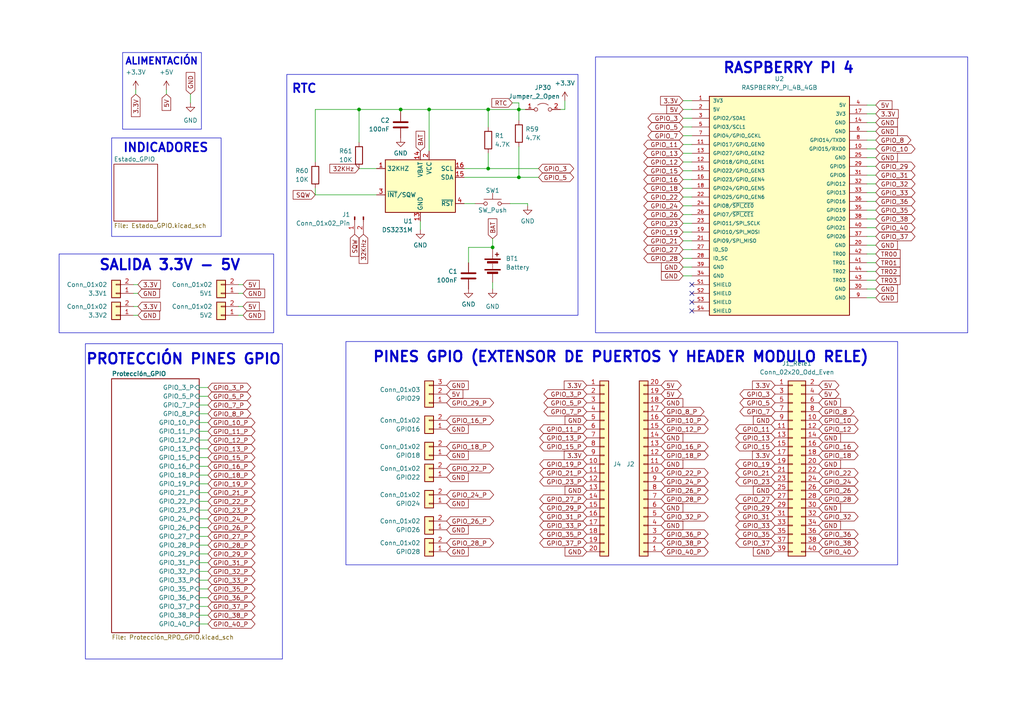
<source format=kicad_sch>
(kicad_sch (version 20230121) (generator eeschema)
  (paper "A4")
  (title_block (title "Modulo RPI4") (date "2024-08-27") (rev "1.0") (company "CI24 - Daniel Gómez"))
  (junction (at 116.205 31.75))
  (junction (at 124.46 31.75))
  (junction (at 150.495 51.435))
  (junction (at 141.605 31.75))
  (junction (at 150.495 31.75))
  (junction (at 142.875 71.755))
  (junction (at 104.14 31.75))
  (junction (at 141.605 48.895))
  (no_connect (at 200.66 85.09))
  (no_connect (at 200.66 90.17))
  (no_connect (at 200.66 82.55))
  (no_connect (at 200.66 87.63))
  (wire (pts (xy 69.215 88.9) (xy 70.485 88.9)))
  (wire (pts (xy 134.62 48.895) (xy 141.605 48.895)))
  (wire (pts (xy 38.735 91.44) (xy 40.005 91.44)))
  (wire (pts (xy 251.46 33.02) (xy 254 33.02)))
  (wire (pts (xy 198.12 69.85) (xy 200.66 69.85)))
  (wire (pts (xy 124.46 43.815) (xy 124.46 31.75)))
  (wire (pts (xy 198.12 64.77) (xy 200.66 64.77)))
  (wire (pts (xy 251.46 66.04) (xy 254 66.04)))
  (wire (pts (xy 135.89 76.2) (xy 135.89 71.755)))
  (wire (pts (xy 251.46 38.1) (xy 254 38.1)))
  (wire (pts (xy 121.92 64.135) (xy 121.92 66.675)))
  (wire (pts (xy 251.46 76.2) (xy 254 76.2)))
  (wire (pts (xy 135.89 71.755) (xy 142.875 71.755)))
  (wire (pts (xy 57.785 132.715) (xy 60.325 132.715)))
  (wire (pts (xy 39.37 26.035) (xy 39.37 27.305)))
  (wire (pts (xy 57.785 178.435) (xy 60.325 178.435)))
  (wire (pts (xy 198.12 54.61) (xy 200.66 54.61)))
  (wire (pts (xy 57.785 165.735) (xy 60.325 165.735)))
  (wire (pts (xy 198.12 74.93) (xy 200.66 74.93)))
  (wire (pts (xy 104.14 41.275) (xy 104.14 31.75)))
  (wire (pts (xy 57.785 112.395) (xy 60.325 112.395)))
  (wire (pts (xy 69.215 85.09) (xy 70.485 85.09)))
  (wire (pts (xy 57.785 147.955) (xy 60.325 147.955)))
  (wire (pts (xy 57.785 158.115) (xy 60.325 158.115)))
  (wire (pts (xy 141.605 48.895) (xy 156.21 48.895)))
  (wire (pts (xy 134.62 51.435) (xy 150.495 51.435)))
  (wire (pts (xy 162.56 31.75) (xy 163.83 31.75)))
  (wire (pts (xy 150.495 29.845) (xy 150.495 31.75)))
  (wire (pts (xy 153.035 59.055) (xy 153.035 59.69)))
  (wire (pts (xy 48.26 26.035) (xy 48.26 27.305)))
  (wire (pts (xy 57.785 127.635) (xy 60.325 127.635)))
  (wire (pts (xy 251.46 60.96) (xy 254 60.96)))
  (wire (pts (xy 148.59 29.845) (xy 150.495 29.845)))
  (wire (pts (xy 57.785 170.815) (xy 60.325 170.815)))
  (wire (pts (xy 104.14 48.895) (xy 109.22 48.895)))
  (wire (pts (xy 198.12 39.37) (xy 200.66 39.37)))
  (wire (pts (xy 38.735 82.55) (xy 40.005 82.55)))
  (wire (pts (xy 124.46 31.75) (xy 141.605 31.75)))
  (wire (pts (xy 251.46 73.66) (xy 254 73.66)))
  (wire (pts (xy 150.495 42.545) (xy 150.495 51.435)))
  (wire (pts (xy 57.785 122.555) (xy 60.325 122.555)))
  (wire (pts (xy 150.495 51.435) (xy 156.21 51.435)))
  (wire (pts (xy 116.205 31.75) (xy 124.46 31.75)))
  (wire (pts (xy 134.62 59.055) (xy 137.795 59.055)))
  (wire (pts (xy 57.785 175.895) (xy 60.325 175.895)))
  (wire (pts (xy 91.44 31.75) (xy 91.44 46.99)))
  (wire (pts (xy 251.46 86.36) (xy 254 86.36)))
  (wire (pts (xy 251.46 50.8) (xy 254 50.8)))
  (wire (pts (xy 251.46 30.48) (xy 254 30.48)))
  (wire (pts (xy 251.46 58.42) (xy 254 58.42)))
  (wire (pts (xy 251.46 68.58) (xy 254 68.58)))
  (wire (pts (xy 57.785 140.335) (xy 60.325 140.335)))
  (wire (pts (xy 251.46 43.18) (xy 254 43.18)))
  (wire (pts (xy 150.495 31.75) (xy 152.4 31.75)))
  (wire (pts (xy 147.955 59.055) (xy 153.035 59.055)))
  (wire (pts (xy 57.785 120.015) (xy 60.325 120.015)))
  (wire (pts (xy 57.785 130.175) (xy 60.325 130.175)))
  (wire (pts (xy 91.44 56.515) (xy 91.44 54.61)))
  (wire (pts (xy 198.12 44.45) (xy 200.66 44.45)))
  (wire (pts (xy 57.785 160.655) (xy 60.325 160.655)))
  (wire (pts (xy 251.46 40.64) (xy 254 40.64)))
  (wire (pts (xy 251.46 63.5) (xy 254 63.5)))
  (wire (pts (xy 57.785 117.475) (xy 60.325 117.475)))
  (wire (pts (xy 198.12 57.15) (xy 200.66 57.15)))
  (wire (pts (xy 57.785 155.575) (xy 60.325 155.575)))
  (wire (pts (xy 198.12 49.53) (xy 200.66 49.53)))
  (wire (pts (xy 163.83 31.75) (xy 163.83 29.21)))
  (wire (pts (xy 198.12 52.07) (xy 200.66 52.07)))
  (wire (pts (xy 251.46 53.34) (xy 254 53.34)))
  (wire (pts (xy 198.12 29.21) (xy 200.66 29.21)))
  (wire (pts (xy 198.12 34.29) (xy 200.66 34.29)))
  (wire (pts (xy 57.785 125.095) (xy 60.325 125.095)))
  (wire (pts (xy 141.605 48.895) (xy 141.605 44.45)))
  (wire (pts (xy 91.44 56.515) (xy 109.22 56.515)))
  (wire (pts (xy 57.785 145.415) (xy 60.325 145.415)))
  (wire (pts (xy 198.12 62.23) (xy 200.66 62.23)))
  (wire (pts (xy 57.785 150.495) (xy 60.325 150.495)))
  (wire (pts (xy 69.215 82.55) (xy 70.485 82.55)))
  (wire (pts (xy 198.12 67.31) (xy 200.66 67.31)))
  (wire (pts (xy 198.12 46.99) (xy 200.66 46.99)))
  (wire (pts (xy 198.12 59.69) (xy 200.66 59.69)))
  (wire (pts (xy 91.44 31.75) (xy 104.14 31.75)))
  (wire (pts (xy 57.785 137.795) (xy 60.325 137.795)))
  (wire (pts (xy 198.12 72.39) (xy 200.66 72.39)))
  (wire (pts (xy 251.46 48.26) (xy 254 48.26)))
  (wire (pts (xy 198.12 41.91) (xy 200.66 41.91)))
  (wire (pts (xy 69.215 91.44) (xy 70.485 91.44)))
  (wire (pts (xy 251.46 83.82) (xy 254 83.82)))
  (wire (pts (xy 38.735 85.09) (xy 40.005 85.09)))
  (wire (pts (xy 251.46 81.28) (xy 254 81.28)))
  (wire (pts (xy 55.245 27.305) (xy 55.245 29.845)))
  (wire (pts (xy 198.12 80.01) (xy 200.66 80.01)))
  (wire (pts (xy 57.785 153.035) (xy 60.325 153.035)))
  (wire (pts (xy 198.12 31.75) (xy 200.66 31.75)))
  (wire (pts (xy 251.46 71.12) (xy 254 71.12)))
  (wire (pts (xy 57.785 114.935) (xy 60.325 114.935)))
  (wire (pts (xy 57.785 135.255) (xy 60.325 135.255)))
  (wire (pts (xy 57.785 180.975) (xy 60.325 180.975)))
  (wire (pts (xy 251.46 45.72) (xy 254 45.72)))
  (wire (pts (xy 141.605 36.83) (xy 141.605 31.75)))
  (wire (pts (xy 57.785 142.875) (xy 60.325 142.875)))
  (wire (pts (xy 57.785 173.355) (xy 60.325 173.355)))
  (wire (pts (xy 38.735 88.9) (xy 40.005 88.9)))
  (wire (pts (xy 251.46 78.74) (xy 254 78.74)))
  (wire (pts (xy 104.14 31.75) (xy 116.205 31.75)))
  (wire (pts (xy 251.46 35.56) (xy 254 35.56)))
  (wire (pts (xy 116.205 32.385) (xy 116.205 31.75)))
  (wire (pts (xy 142.875 69.215) (xy 142.875 71.755)))
  (wire (pts (xy 141.605 31.75) (xy 150.495 31.75)))
  (wire (pts (xy 142.875 81.915) (xy 142.875 83.82)))
  (wire (pts (xy 150.495 31.75) (xy 150.495 34.925)))
  (wire (pts (xy 198.12 77.47) (xy 200.66 77.47)))
  (wire (pts (xy 57.785 168.275) (xy 60.325 168.275)))
  (wire (pts (xy 57.785 163.195) (xy 60.325 163.195)))
  (wire (pts (xy 198.12 36.83) (xy 200.66 36.83)))
  (wire (pts (xy 251.46 55.88) (xy 254 55.88)))
  (rectangle (start 32.385 40.005) (end 64.135 68.58))
  (rectangle (start 172.72 16.51) (end 280.67 96.52))
  (rectangle (start 83.185 21.59) (end 167.64 91.44))
  (rectangle (start 100.33 99.06) (end 260.35 163.83))
  (rectangle (start 17.145 73.66) (end 79.375 96.52))
  (rectangle (start 24.765 99.695) (end 81.915 191.135))
  (rectangle (start 35.56 15.24) (end 58.42 37.465))
  (text "PROTECCIÓN PINES GPIO " (at 24.765 106.045 0) (effects (font (size 3 3) bold) (justify left bottom)))
  (text "SALIDA 3.3V - 5V" (at 28.575 78.74 0) (effects (font (size 3 3) bold) (justify left bottom)))
  (text "ALIMENTACIÓN" (at 36.195 19.05 0) (effects (font (size 2 2) bold) (justify left bottom)))
  (text "RASPBERRY PI 4" (at 209.55 21.59 0) (effects (font (size 3 3) (thickness 0.6) bold) (justify left bottom)))
  (text "PINES GPIO (EXTENSOR DE PUERTOS Y HEADER MODULO RELE)" (at 107.95 105.41 0) (effects (font (size 3 3) bold) (justify left bottom)))
  (text "RTC" (at 84.455 27.305 0) (effects (font (size 2.5 2.5) bold) (justify left bottom)))
  (text "INDICADORES" (at 35.56 44.45 0) (effects (font (size 2.5 2.5) bold) (justify left bottom)))
  (global_label "GPIO_19" (shape bidirectional) (at 198.12 67.31 180) (property "Intersheetrefs" "${INTERSHEET_REFS}" (effects hide)))
  (global_label "GPIO_18_P" (shape bidirectional) (at 129.54 129.54 0) (property "Intersheetrefs" "${INTERSHEET_REFS}" (effects hide)))
  (global_label "GPIO_15" (shape bidirectional) (at 198.12 49.53 180) (property "Intersheetrefs" "${INTERSHEET_REFS}" (effects hide)))
  (global_label "5V" (shape input) (at 129.54 114.3 0) (property "Intersheetrefs" "${INTERSHEET_REFS}" (effects hide)))
  (global_label "GND" (shape input) (at 170.18 142.24 180) (property "Intersheetrefs" "${INTERSHEET_REFS}" (effects hide)))
  (global_label "GND" (shape input) (at 254 83.82 0) (property "Intersheetrefs" "${INTERSHEET_REFS}" (effects hide)))
  (global_label "5V" (shape bidirectional) (at 237.49 114.3 0) (property "Intersheetrefs" "${INTERSHEET_REFS}" (effects hide)))
  (global_label "GPIO_18_P" (shape bidirectional) (at 60.325 137.795 0) (property "Intersheetrefs" "${INTERSHEET_REFS}" (effects hide)))
  (global_label "GND" (shape input) (at 191.77 134.62 0) (property "Intersheetrefs" "${INTERSHEET_REFS}" (effects hide)))
  (global_label "SQW" (shape input) (at 91.44 56.515 180) (property "Intersheetrefs" "${INTERSHEET_REFS}" (effects hide)))
  (global_label "GPIO_36" (shape bidirectional) (at 237.49 154.94 0) (property "Intersheetrefs" "${INTERSHEET_REFS}" (effects hide)))
  (global_label "RTC" (shape input) (at 148.59 29.845 180) (property "Intersheetrefs" "${INTERSHEET_REFS}" (effects hide)))
  (global_label "GPIO_28" (shape bidirectional) (at 198.12 74.93 180) (property "Intersheetrefs" "${INTERSHEET_REFS}" (effects hide)))
  (global_label "GPIO_23" (shape bidirectional) (at 224.79 139.7 180) (property "Intersheetrefs" "${INTERSHEET_REFS}" (effects hide)))
  (global_label "GPIO_32" (shape bidirectional) (at 254 53.34 0) (property "Intersheetrefs" "${INTERSHEET_REFS}" (effects hide)))
  (global_label "GPIO_26" (shape bidirectional) (at 237.49 142.24 0) (property "Intersheetrefs" "${INTERSHEET_REFS}" (effects hide)))
  (global_label "GPIO_24" (shape bidirectional) (at 198.12 59.69 180) (property "Intersheetrefs" "${INTERSHEET_REFS}" (effects hide)))
  (global_label "GPIO_21_P" (shape bidirectional) (at 170.18 137.16 180) (property "Intersheetrefs" "${INTERSHEET_REFS}" (effects hide)))
  (global_label "GND" (shape input) (at 198.12 77.47 180) (property "Intersheetrefs" "${INTERSHEET_REFS}" (effects hide)))
  (global_label "GPIO_24" (shape bidirectional) (at 237.49 139.7 0) (property "Intersheetrefs" "${INTERSHEET_REFS}" (effects hide)))
  (global_label "GPIO_37" (shape bidirectional) (at 254 68.58 0) (property "Intersheetrefs" "${INTERSHEET_REFS}" (effects hide)))
  (global_label "GPIO_12_P" (shape bidirectional) (at 191.77 124.46 0) (property "Intersheetrefs" "${INTERSHEET_REFS}" (effects hide)))
  (global_label "GPIO_23_P" (shape bidirectional) (at 60.325 147.955 0) (property "Intersheetrefs" "${INTERSHEET_REFS}" (effects hide)))
  (global_label "GPIO_22" (shape bidirectional) (at 237.49 137.16 0) (property "Intersheetrefs" "${INTERSHEET_REFS}" (effects hide)))
  (global_label "GPIO_23_P" (shape bidirectional) (at 170.18 139.7 180) (property "Intersheetrefs" "${INTERSHEET_REFS}" (effects hide)))
  (global_label "GND" (shape input) (at 254 86.36 0) (property "Intersheetrefs" "${INTERSHEET_REFS}" (effects hide)))
  (global_label "GPIO_5_P" (shape bidirectional) (at 170.18 116.84 180) (property "Intersheetrefs" "${INTERSHEET_REFS}" (effects hide)))
  (global_label "GPIO_12" (shape bidirectional) (at 198.12 46.99 180) (property "Intersheetrefs" "${INTERSHEET_REFS}" (effects hide)))
  (global_label "GPIO_11_P" (shape bidirectional) (at 60.325 125.095 0) (property "Intersheetrefs" "${INTERSHEET_REFS}" (effects hide)))
  (global_label "32KHz" (shape input) (at 105.41 67.945 270) (property "Intersheetrefs" "${INTERSHEET_REFS}" (effects hide)))
  (global_label "GPIO_31_P" (shape bidirectional) (at 60.325 163.195 0) (property "Intersheetrefs" "${INTERSHEET_REFS}" (effects hide)))
  (global_label "GPIO_37" (shape bidirectional) (at 224.79 157.48 180) (property "Intersheetrefs" "${INTERSHEET_REFS}" (effects hide)))
  (global_label "GND" (shape input) (at 237.49 152.4 0) (property "Intersheetrefs" "${INTERSHEET_REFS}" (effects hide)))
  (global_label "GPIO_28_P" (shape bidirectional) (at 191.77 144.78 0) (property "Intersheetrefs" "${INTERSHEET_REFS}" (effects hide)))
  (global_label "GND" (shape input) (at 237.49 116.84 0) (property "Intersheetrefs" "${INTERSHEET_REFS}" (effects hide)))
  (global_label "GPIO_33" (shape bidirectional) (at 224.79 152.4 180) (property "Intersheetrefs" "${INTERSHEET_REFS}" (effects hide)))
  (global_label "5V" (shape bidirectional) (at 191.77 114.3 0) (property "Intersheetrefs" "${INTERSHEET_REFS}" (effects hide)))
  (global_label "GPIO_5" (shape bidirectional) (at 224.79 116.84 180) (property "Intersheetrefs" "${INTERSHEET_REFS}" (effects hide)))
  (global_label "3.3V" (shape input) (at 170.18 132.08 180) (property "Intersheetrefs" "${INTERSHEET_REFS}" (effects hide)))
  (global_label "GND" (shape input) (at 198.12 80.01 180) (property "Intersheetrefs" "${INTERSHEET_REFS}" (effects hide)))
  (global_label "GPIO_37_P" (shape bidirectional) (at 60.325 175.895 0) (property "Intersheetrefs" "${INTERSHEET_REFS}" (effects hide)))
  (global_label "GPIO_11" (shape bidirectional) (at 198.12 41.91 180) (property "Intersheetrefs" "${INTERSHEET_REFS}" (effects hide)))
  (global_label "GPIO_16_P" (shape bidirectional) (at 129.54 121.92 0) (property "Intersheetrefs" "${INTERSHEET_REFS}" (effects hide)))
  (global_label "GPIO_16_P" (shape bidirectional) (at 60.325 135.255 0) (property "Intersheetrefs" "${INTERSHEET_REFS}" (effects hide)))
  (global_label "TR01" (shape input) (at 254 76.2 0) (property "Intersheetrefs" "${INTERSHEET_REFS}" (effects hide)))
  (global_label "GND" (shape input) (at 170.18 160.02 180) (property "Intersheetrefs" "${INTERSHEET_REFS}" (effects hide)))
  (global_label "GPIO_24_P" (shape bidirectional) (at 191.77 139.7 0) (property "Intersheetrefs" "${INTERSHEET_REFS}" (effects hide)))
  (global_label "3.3V" (shape input) (at 170.18 111.76 180) (property "Intersheetrefs" "${INTERSHEET_REFS}" (effects hide)))
  (global_label "GPIO_28" (shape bidirectional) (at 237.49 144.78 0) (property "Intersheetrefs" "${INTERSHEET_REFS}" (effects hide)))
  (global_label "GPIO_8_P" (shape bidirectional) (at 60.325 120.015 0) (property "Intersheetrefs" "${INTERSHEET_REFS}" (effects hide)))
  (global_label "GND" (shape input) (at 70.485 85.09 0) (property "Intersheetrefs" "${INTERSHEET_REFS}" (effects hide)))
  (global_label "GPIO_38" (shape bidirectional) (at 254 63.5 0) (property "Intersheetrefs" "${INTERSHEET_REFS}" (effects hide)))
  (global_label "GND" (shape input) (at 254 71.12 0) (property "Intersheetrefs" "${INTERSHEET_REFS}" (effects hide)))
  (global_label "GND" (shape input) (at 191.77 152.4 0) (property "Intersheetrefs" "${INTERSHEET_REFS}" (effects hide)))
  (global_label "GPIO_22" (shape bidirectional) (at 198.12 57.15 180) (property "Intersheetrefs" "${INTERSHEET_REFS}" (effects hide)))
  (global_label "GPIO_10" (shape bidirectional) (at 254 43.18 0) (property "Intersheetrefs" "${INTERSHEET_REFS}" (effects hide)))
  (global_label "GPIO_23" (shape bidirectional) (at 198.12 64.77 180) (property "Intersheetrefs" "${INTERSHEET_REFS}" (effects hide)))
  (global_label "GPIO_28_P" (shape bidirectional) (at 60.325 158.115 0) (property "Intersheetrefs" "${INTERSHEET_REFS}" (effects hide)))
  (global_label "GPIO_5" (shape bidirectional) (at 156.21 51.435 0) (property "Intersheetrefs" "${INTERSHEET_REFS}" (effects hide)))
  (global_label "GPIO_18" (shape bidirectional) (at 198.12 54.61 180) (property "Intersheetrefs" "${INTERSHEET_REFS}" (effects hide)))
  (global_label "GPIO_26_P" (shape bidirectional) (at 191.77 142.24 0) (property "Intersheetrefs" "${INTERSHEET_REFS}" (effects hide)))
  (global_label "GPIO_19_P" (shape bidirectional) (at 170.18 134.62 180) (property "Intersheetrefs" "${INTERSHEET_REFS}" (effects hide)))
  (global_label "GPIO_36" (shape bidirectional) (at 254 58.42 0) (property "Intersheetrefs" "${INTERSHEET_REFS}" (effects hide)))
  (global_label "GND" (shape input) (at 170.18 121.92 180) (property "Intersheetrefs" "${INTERSHEET_REFS}" (effects hide)))
  (global_label "GPIO_8_P" (shape bidirectional) (at 191.77 119.38 0) (property "Intersheetrefs" "${INTERSHEET_REFS}" (effects hide)))
  (global_label "GPIO_15" (shape bidirectional) (at 224.79 129.54 180) (property "Intersheetrefs" "${INTERSHEET_REFS}" (effects hide)))
  (global_label "GPIO_33" (shape bidirectional) (at 254 55.88 0) (property "Intersheetrefs" "${INTERSHEET_REFS}" (effects hide)))
  (global_label "5V" (shape input) (at 48.26 27.305 270) (property "Intersheetrefs" "${INTERSHEET_REFS}" (effects hide)))
  (global_label "GPIO_3_P" (shape bidirectional) (at 60.325 112.395 0) (property "Intersheetrefs" "${INTERSHEET_REFS}" (effects hide)))
  (global_label "GND" (shape input) (at 224.79 121.92 180) (property "Intersheetrefs" "${INTERSHEET_REFS}" (effects hide)))
  (global_label "GPIO_37_P" (shape bidirectional) (at 170.18 157.48 180) (property "Intersheetrefs" "${INTERSHEET_REFS}" (effects hide)))
  (global_label "GPIO_19" (shape bidirectional) (at 224.79 134.62 180) (property "Intersheetrefs" "${INTERSHEET_REFS}" (effects hide)))
  (global_label "GND" (shape input) (at 40.005 85.09 0) (property "Intersheetrefs" "${INTERSHEET_REFS}" (effects hide)))
  (global_label "GPIO_33_P" (shape bidirectional) (at 60.325 168.275 0) (property "Intersheetrefs" "${INTERSHEET_REFS}" (effects hide)))
  (global_label "GPIO_3" (shape bidirectional) (at 224.79 114.3 180) (property "Intersheetrefs" "${INTERSHEET_REFS}" (effects hide)))
  (global_label "GPIO_40" (shape bidirectional) (at 237.49 160.02 0) (property "Intersheetrefs" "${INTERSHEET_REFS}" (effects hide)))
  (global_label "5V" (shape input) (at 254 30.48 0) (property "Intersheetrefs" "${INTERSHEET_REFS}" (effects hide)))
  (global_label "GPIO_18" (shape bidirectional) (at 237.49 132.08 0) (property "Intersheetrefs" "${INTERSHEET_REFS}" (effects hide)))
  (global_label "GPIO_8" (shape bidirectional) (at 254 40.64 0) (property "Intersheetrefs" "${INTERSHEET_REFS}" (effects hide)))
  (global_label "5V" (shape input) (at 70.485 88.9 0) (property "Intersheetrefs" "${INTERSHEET_REFS}" (effects hide)))
  (global_label "GPIO_13" (shape bidirectional) (at 198.12 44.45 180) (property "Intersheetrefs" "${INTERSHEET_REFS}" (effects hide)))
  (global_label "3.3V" (shape input) (at 40.005 82.55 0) (property "Intersheetrefs" "${INTERSHEET_REFS}" (effects hide)))
  (global_label "GPIO_40_P" (shape bidirectional) (at 191.77 160.02 0) (property "Intersheetrefs" "${INTERSHEET_REFS}" (effects hide)))
  (global_label "GPIO_27_P" (shape bidirectional) (at 170.18 144.78 180) (property "Intersheetrefs" "${INTERSHEET_REFS}" (effects hide)))
  (global_label "GPIO_26_P" (shape bidirectional) (at 129.54 151.13 0) (property "Intersheetrefs" "${INTERSHEET_REFS}" (effects hide)))
  (global_label "GPIO_11_P" (shape bidirectional) (at 170.18 124.46 180) (property "Intersheetrefs" "${INTERSHEET_REFS}" (effects hide)))
  (global_label "3.3V" (shape input) (at 198.12 29.21 180) (property "Intersheetrefs" "${INTERSHEET_REFS}" (effects hide)))
  (global_label "GND" (shape input) (at 129.54 153.67 0) (property "Intersheetrefs" "${INTERSHEET_REFS}" (effects hide)))
  (global_label "BAT" (shape input) (at 121.92 43.815 90) (property "Intersheetrefs" "${INTERSHEET_REFS}" (effects hide)))
  (global_label "GND" (shape input) (at 237.49 127 0) (property "Intersheetrefs" "${INTERSHEET_REFS}" (effects hide)))
  (global_label "GND" (shape input) (at 254 35.56 0) (property "Intersheetrefs" "${INTERSHEET_REFS}" (effects hide)))
  (global_label "GPIO_32_P" (shape bidirectional) (at 191.77 149.86 0) (property "Intersheetrefs" "${INTERSHEET_REFS}" (effects hide)))
  (global_label "GPIO_28_P" (shape bidirectional) (at 129.54 157.48 0) (property "Intersheetrefs" "${INTERSHEET_REFS}" (effects hide)))
  (global_label "GND" (shape input) (at 237.49 134.62 0) (property "Intersheetrefs" "${INTERSHEET_REFS}" (effects hide)))
  (global_label "GPIO_29_P" (shape bidirectional) (at 129.54 116.84 0) (property "Intersheetrefs" "${INTERSHEET_REFS}" (effects hide)))
  (global_label "GND" (shape input) (at 129.54 124.46 0) (property "Intersheetrefs" "${INTERSHEET_REFS}" (effects hide)))
  (global_label "GPIO_7" (shape bidirectional) (at 198.12 39.37 180) (property "Intersheetrefs" "${INTERSHEET_REFS}" (effects hide)))
  (global_label "GPIO_24_P" (shape bidirectional) (at 60.325 150.495 0) (property "Intersheetrefs" "${INTERSHEET_REFS}" (effects hide)))
  (global_label "GPIO_3" (shape bidirectional) (at 198.12 34.29 180) (property "Intersheetrefs" "${INTERSHEET_REFS}" (effects hide)))
  (global_label "GPIO_33_P" (shape bidirectional) (at 170.18 152.4 180) (property "Intersheetrefs" "${INTERSHEET_REFS}" (effects hide)))
  (global_label "GPIO_5" (shape bidirectional) (at 198.12 36.83 180) (property "Intersheetrefs" "${INTERSHEET_REFS}" (effects hide)))
  (global_label "GPIO_22_P" (shape bidirectional) (at 129.54 135.89 0) (property "Intersheetrefs" "${INTERSHEET_REFS}" (effects hide)))
  (global_label "GPIO_36_P" (shape bidirectional) (at 60.325 173.355 0) (property "Intersheetrefs" "${INTERSHEET_REFS}" (effects hide)))
  (global_label "GPIO_21" (shape bidirectional) (at 224.79 137.16 180) (property "Intersheetrefs" "${INTERSHEET_REFS}" (effects hide)))
  (global_label "GPIO_27" (shape bidirectional) (at 198.12 72.39 180) (property "Intersheetrefs" "${INTERSHEET_REFS}" (effects hide)))
  (global_label "GPIO_40_P" (shape bidirectional) (at 60.325 180.975 0) (property "Intersheetrefs" "${INTERSHEET_REFS}" (effects hide)))
  (global_label "5V" (shape input) (at 70.485 82.55 0) (property "Intersheetrefs" "${INTERSHEET_REFS}" (effects hide)))
  (global_label "GND" (shape input) (at 129.54 111.76 0) (property "Intersheetrefs" "${INTERSHEET_REFS}" (effects hide)))
  (global_label "GPIO_27" (shape bidirectional) (at 224.79 144.78 180) (property "Intersheetrefs" "${INTERSHEET_REFS}" (effects hide)))
  (global_label "GPIO_3" (shape bidirectional) (at 156.21 48.895 0) (property "Intersheetrefs" "${INTERSHEET_REFS}" (effects hide)))
  (global_label "GPIO_35" (shape bidirectional) (at 224.79 154.94 180) (property "Intersheetrefs" "${INTERSHEET_REFS}" (effects hide)))
  (global_label "GPIO_22_P" (shape bidirectional) (at 60.325 145.415 0) (property "Intersheetrefs" "${INTERSHEET_REFS}" (effects hide)))
  (global_label "GPIO_11" (shape bidirectional) (at 224.79 124.46 180) (property "Intersheetrefs" "${INTERSHEET_REFS}" (effects hide)))
  (global_label "GPIO_8" (shape bidirectional) (at 237.49 119.38 0) (property "Intersheetrefs" "${INTERSHEET_REFS}" (effects hide)))
  (global_label "GND" (shape input) (at 254 45.72 0) (property "Intersheetrefs" "${INTERSHEET_REFS}" (effects hide)))
  (global_label "GPIO_31" (shape bidirectional) (at 254 50.8 0) (property "Intersheetrefs" "${INTERSHEET_REFS}" (effects hide)))
  (global_label "32KHz" (shape input) (at 104.14 48.895 180) (property "Intersheetrefs" "${INTERSHEET_REFS}" (effects hide)))
  (global_label "GPIO_7" (shape bidirectional) (at 224.79 119.38 180) (property "Intersheetrefs" "${INTERSHEET_REFS}" (effects hide)))
  (global_label "GPIO_40" (shape bidirectional) (at 254 66.04 0) (property "Intersheetrefs" "${INTERSHEET_REFS}" (effects hide)))
  (global_label "GPIO_16" (shape bidirectional) (at 198.12 52.07 180) (property "Intersheetrefs" "${INTERSHEET_REFS}" (effects hide)))
  (global_label "GPIO_35" (shape bidirectional) (at 254 60.96 0) (property "Intersheetrefs" "${INTERSHEET_REFS}" (effects hide)))
  (global_label "GND" (shape input) (at 129.54 146.05 0) (property "Intersheetrefs" "${INTERSHEET_REFS}" (effects hide)))
  (global_label "3.3V" (shape input) (at 39.37 27.305 270) (property "Intersheetrefs" "${INTERSHEET_REFS}" (effects hide)))
  (global_label "GPIO_19_P" (shape bidirectional) (at 60.325 140.335 0) (property "Intersheetrefs" "${INTERSHEET_REFS}" (effects hide)))
  (global_label "TR03" (shape input) (at 254 81.28 0) (property "Intersheetrefs" "${INTERSHEET_REFS}" (effects hide)))
  (global_label "5V" (shape bidirectional) (at 237.49 111.76 0) (property "Intersheetrefs" "${INTERSHEET_REFS}" (effects hide)))
  (global_label "GPIO_13_P" (shape bidirectional) (at 170.18 127 180) (property "Intersheetrefs" "${INTERSHEET_REFS}" (effects hide)))
  (global_label "GND" (shape input) (at 237.49 147.32 0) (property "Intersheetrefs" "${INTERSHEET_REFS}" (effects hide)))
  (global_label "GPIO_35_P" (shape bidirectional) (at 170.18 154.94 180) (property "Intersheetrefs" "${INTERSHEET_REFS}" (effects hide)))
  (global_label "GPIO_31" (shape bidirectional) (at 224.79 149.86 180) (property "Intersheetrefs" "${INTERSHEET_REFS}" (effects hide)))
  (global_label "GPIO_21" (shape bidirectional) (at 198.12 69.85 180) (property "Intersheetrefs" "${INTERSHEET_REFS}" (effects hide)))
  (global_label "GPIO_13_P" (shape bidirectional) (at 60.325 130.175 0) (property "Intersheetrefs" "${INTERSHEET_REFS}" (effects hide)))
  (global_label "GPIO_26" (shape bidirectional) (at 198.12 62.23 180) (property "Intersheetrefs" "${INTERSHEET_REFS}" (effects hide)))
  (global_label "GPIO_18_P" (shape bidirectional) (at 191.77 132.08 0) (property "Intersheetrefs" "${INTERSHEET_REFS}" (effects hide)))
  (global_label "5V" (shape input) (at 198.12 31.75 180) (property "Intersheetrefs" "${INTERSHEET_REFS}" (effects hide)))
  (global_label "GPIO_10_P" (shape bidirectional) (at 191.77 121.92 0) (property "Intersheetrefs" "${INTERSHEET_REFS}" (effects hide)))
  (global_label "GPIO_38_P" (shape bidirectional) (at 191.77 157.48 0) (property "Intersheetrefs" "${INTERSHEET_REFS}" (effects hide)))
  (global_label "GPIO_38" (shape bidirectional) (at 237.49 157.48 0) (property "Intersheetrefs" "${INTERSHEET_REFS}" (effects hide)))
  (global_label "GPIO_22_P" (shape bidirectional) (at 191.77 137.16 0) (property "Intersheetrefs" "${INTERSHEET_REFS}" (effects hide)))
  (global_label "GND" (shape input) (at 55.245 27.305 90) (property "Intersheetrefs" "${INTERSHEET_REFS}" (effects hide)))
  (global_label "GPIO_5_P" (shape bidirectional) (at 60.325 114.935 0) (property "Intersheetrefs" "${INTERSHEET_REFS}" (effects hide)))
  (global_label "GND" (shape input) (at 254 38.1 0) (property "Intersheetrefs" "${INTERSHEET_REFS}" (effects hide)))
  (global_label "GPIO_35_P" (shape bidirectional) (at 60.325 170.815 0) (property "Intersheetrefs" "${INTERSHEET_REFS}" (effects hide)))
  (global_label "GPIO_16" (shape bidirectional) (at 237.49 129.54 0) (property "Intersheetrefs" "${INTERSHEET_REFS}" (effects hide)))
  (global_label "GPIO_29" (shape bidirectional) (at 254 48.26 0) (property "Intersheetrefs" "${INTERSHEET_REFS}" (effects hide)))
  (global_label "SQW" (shape input) (at 102.87 67.945 270) (property "Intersheetrefs" "${INTERSHEET_REFS}" (effects hide)))
  (global_label "GPIO_7_P" (shape bidirectional) (at 60.325 117.475 0) (property "Intersheetrefs" "${INTERSHEET_REFS}" (effects hide)))
  (global_label "GPIO_38_P" (shape bidirectional) (at 60.325 178.435 0) (property "Intersheetrefs" "${INTERSHEET_REFS}" (effects hide)))
  (global_label "GPIO_15_P" (shape bidirectional) (at 60.325 132.715 0) (property "Intersheetrefs" "${INTERSHEET_REFS}" (effects hide)))
  (global_label "GPIO_21_P" (shape bidirectional) (at 60.325 142.875 0) (property "Intersheetrefs" "${INTERSHEET_REFS}" (effects hide)))
  (global_label "5V" (shape bidirectional) (at 191.77 111.76 0) (property "Intersheetrefs" "${INTERSHEET_REFS}" (effects hide)))
  (global_label "GPIO_10_P" (shape bidirectional) (at 60.325 122.555 0) (property "Intersheetrefs" "${INTERSHEET_REFS}" (effects hide)))
  (global_label "GND" (shape input) (at 40.005 91.44 0) (property "Intersheetrefs" "${INTERSHEET_REFS}" (effects hide)))
  (global_label "GPIO_24_P" (shape bidirectional) (at 129.54 143.51 0) (property "Intersheetrefs" "${INTERSHEET_REFS}" (effects hide)))
  (global_label "GND" (shape input) (at 129.54 138.43 0) (property "Intersheetrefs" "${INTERSHEET_REFS}" (effects hide)))
  (global_label "TR00" (shape input) (at 254 73.66 0) (property "Intersheetrefs" "${INTERSHEET_REFS}" (effects hide)))
  (global_label "GPIO_27_P" (shape bidirectional) (at 60.325 155.575 0) (property "Intersheetrefs" "${INTERSHEET_REFS}" (effects hide)))
  (global_label "GND" (shape input) (at 70.485 91.44 0) (property "Intersheetrefs" "${INTERSHEET_REFS}" (effects hide)))
  (global_label "GPIO_29_P" (shape bidirectional) (at 60.325 160.655 0) (property "Intersheetrefs" "${INTERSHEET_REFS}" (effects hide)))
  (global_label "GND" (shape input) (at 224.79 142.24 180) (property "Intersheetrefs" "${INTERSHEET_REFS}" (effects hide)))
  (global_label "GPIO_12" (shape bidirectional) (at 237.49 124.46 0) (property "Intersheetrefs" "${INTERSHEET_REFS}" (effects hide)))
  (global_label "GPIO_16_P" (shape bidirectional) (at 191.77 129.54 0) (property "Intersheetrefs" "${INTERSHEET_REFS}" (effects hide)))
  (global_label "GPIO_7_P" (shape bidirectional) (at 170.18 119.38 180) (property "Intersheetrefs" "${INTERSHEET_REFS}" (effects hide)))
  (global_label "GPIO_29" (shape bidirectional) (at 224.79 147.32 180) (property "Intersheetrefs" "${INTERSHEET_REFS}" (effects hide)))
  (global_label "GPIO_13" (shape bidirectional) (at 224.79 127 180) (property "Intersheetrefs" "${INTERSHEET_REFS}" (effects hide)))
  (global_label "GPIO_12_P" (shape bidirectional) (at 60.325 127.635 0) (property "Intersheetrefs" "${INTERSHEET_REFS}" (effects hide)))
  (global_label "BAT" (shape input) (at 142.875 69.215 90) (property "Intersheetrefs" "${INTERSHEET_REFS}" (effects hide)))
  (global_label "3.3V" (shape input) (at 254 33.02 0) (property "Intersheetrefs" "${INTERSHEET_REFS}" (effects hide)))
  (global_label "GPIO_3_P" (shape bidirectional) (at 170.18 114.3 180) (property "Intersheetrefs" "${INTERSHEET_REFS}" (effects hide)))
  (global_label "GPIO_15_P" (shape bidirectional) (at 170.18 129.54 180) (property "Intersheetrefs" "${INTERSHEET_REFS}" (effects hide)))
  (global_label "GPIO_29_P" (shape bidirectional) (at 170.18 147.32 180) (property "Intersheetrefs" "${INTERSHEET_REFS}" (effects hide)))
  (global_label "3.3V" (shape input) (at 224.79 111.76 180) (property "Intersheetrefs" "${INTERSHEET_REFS}" (effects hide)))
  (global_label "GPIO_36_P" (shape bidirectional) (at 191.77 154.94 0) (property "Intersheetrefs" "${INTERSHEET_REFS}" (effects hide)))
  (global_label "GND" (shape input) (at 129.54 132.08 0) (property "Intersheetrefs" "${INTERSHEET_REFS}" (effects hide)))
  (global_label "TR02" (shape input) (at 254 78.74 0) (property "Intersheetrefs" "${INTERSHEET_REFS}" (effects hide)))
  (global_label "GPIO_32_P" (shape bidirectional) (at 60.325 165.735 0) (property "Intersheetrefs" "${INTERSHEET_REFS}" (effects hide)))
  (global_label "GPIO_31_P" (shape bidirectional) (at 170.18 149.86 180) (property "Intersheetrefs" "${INTERSHEET_REFS}" (effects hide)))
  (global_label "GPIO_32" (shape bidirectional) (at 237.49 149.86 0) (property "Intersheetrefs" "${INTERSHEET_REFS}" (effects hide)))
  (global_label "GND" (shape input) (at 191.77 147.32 0) (property "Intersheetrefs" "${INTERSHEET_REFS}" (effects hide)))
  (global_label "GND" (shape input) (at 224.79 160.02 180) (property "Intersheetrefs" "${INTERSHEET_REFS}" (effects hide)))
  (global_label "GND" (shape input) (at 191.77 127 0) (property "Intersheetrefs" "${INTERSHEET_REFS}" (effects hide)))
  (global_label "GND" (shape input) (at 191.77 116.84 0) (property "Intersheetrefs" "${INTERSHEET_REFS}" (effects hide)))
  (global_label "GPIO_10" (shape bidirectional) (at 237.49 121.92 0) (property "Intersheetrefs" "${INTERSHEET_REFS}" (effects hide)))
  (global_label "GPIO_26_P" (shape bidirectional) (at 60.325 153.035 0) (property "Intersheetrefs" "${INTERSHEET_REFS}" (effects hide)))
  (global_label "3.3V" (shape input) (at 224.79 132.08 180) (property "Intersheetrefs" "${INTERSHEET_REFS}" (effects hide)))
  (global_label "GND" (shape input) (at 129.54 160.02 0) (property "Intersheetrefs" "${INTERSHEET_REFS}" (effects hide)))
  (global_label "3.3V" (shape input) (at 40.005 88.9 0) (property "Intersheetrefs" "${INTERSHEET_REFS}" (effects hide)))
  (symbol (lib_id "Connector_Generic:Conn_01x02") (at 124.46 153.67 180) (unit 1)
    (property "Reference" "GPIO26" (at 121.92 153.67 0) (effects (justify left)))
    (property "Value" "Conn_01x02" (at 121.92 151.13 0) (effects (justify left)))
    (property "Footprint" "Connector_Molex:Molex_KK-254_AE-6410-02A_1x02_P2.54mm_Vertical" (effects hide))
    (property "Package" "THT" (effects hide))
    (property "Description" "Conector molex P2.54mm" (effects hide))
  )
  (symbol (lib_id "power:GND") (at 116.205 40.005 0) (unit 1)
    (property "Reference" "#PWR067" (effects hide))
    (property "Value" "GND" (at 116.205 44.45 0))
  )
  (symbol (lib_id "Connector_Generic:Conn_01x02") (at 124.46 124.46 180) (unit 1)
    (property "Reference" "GPIO16" (at 121.92 124.46 0) (effects (justify left)))
    (property "Value" "Conn_01x02" (at 121.92 121.92 0) (effects (justify left)))
    (property "Footprint" "Connector_Molex:Molex_KK-254_AE-6410-02A_1x02_P2.54mm_Vertical" (effects hide))
    (property "Package" "THT" (effects hide))
    (property "Description" "Conector molex P2.54mm" (effects hide))
  )
  (symbol (lib_id "power:GND") (at 135.89 83.82 0) (unit 1)
    (property "Reference" "#PWR034" (effects hide))
    (property "Value" "GND" (at 135.89 88.265 0))
  )
  (symbol (lib_id "power:GND") (at 153.035 59.69 0) (unit 1)
    (property "Reference" "#PWR038" (effects hide))
    (property "Value" "GND" (at 153.035 64.135 0))
  )
  (symbol (lib_id "Device:R") (at 104.14 45.085 0) (mirror y) (unit 1)
    (property "Reference" "R61" (at 102.235 43.815 0) (effects (justify left)))
    (property "Value" "10K" (at 102.235 46.355 0) (effects (justify left)))
    (property "Footprint" "Resistor_SMD:R_1206_3216Metric" (effects hide))
  )
  (symbol (lib_id "Connector_Generic:Conn_01x02") (at 64.135 85.09 180) (unit 1)
    (property "Reference" "5V1" (at 61.595 85.09 0) (effects (justify left)))
    (property "Value" "Conn_01x02" (at 61.595 82.55 0) (effects (justify left)))
    (property "Footprint" "Connector_Molex:Molex_KK-254_AE-6410-02A_1x02_P2.54mm_Vertical" (effects hide))
    (property "Package" "THT 2.54mm" (effects hide))
    (property "Description" "Conector molex P2.54mm" (effects hide))
  )
  (symbol (lib_id "Connector_Generic:Conn_02x20_Odd_Even") (at 229.87 134.62 0) (unit 1)
    (property "Reference" "J1_Rele1" (at 231.14 105.41 0))
    (property "Value" "Conn_02x20_Odd_Even" (at 231.14 107.95 0))
    (property "Footprint" "Connector_PinHeader_2.54mm:PinHeader_2x20_P2.54mm_Vertical" (effects hide))
    (property "Enlace de compra" "https://www.vistronica.com/conectores-cables-y-switches/regleta-conector-140p-2-54mm-macho-macho-detail.html" (effects hide))
    (property "Package" "THT" (effects hide))
    (property "Description" "Header macho macho 2.54mm (2x20P) " (effects hide))
  )
  (symbol (lib_id "power:GND") (at 142.875 83.82 0) (unit 1)
    (property "Reference" "#PWR033" (effects hide))
    (property "Value" "GND" (at 142.875 88.9 0))
  )
  (symbol (lib_id "Connector_Generic:Conn_01x02") (at 64.135 91.44 180) (unit 1)
    (property "Reference" "5V2" (at 61.595 91.44 0) (effects (justify left)))
    (property "Value" "Conn_01x02" (at 61.595 88.9 0) (effects (justify left)))
    (property "Footprint" "Connector_Molex:Molex_KK-254_AE-6410-02A_1x02_P2.54mm_Vertical" (effects hide))
    (property "Package" "THT 2.54mm" (effects hide))
    (property "Description" "Conector molex P2.54mm" (effects hide))
  )
  (symbol (lib_id "Connector_Generic:Conn_01x02") (at 124.46 160.02 180) (unit 1)
    (property "Reference" "GPIO28" (at 121.92 160.02 0) (effects (justify left)))
    (property "Value" "Conn_01x02" (at 121.92 157.48 0) (effects (justify left)))
    (property "Footprint" "Connector_Molex:Molex_KK-254_AE-6410-02A_1x02_P2.54mm_Vertical" (effects hide))
    (property "Package" "THT" (effects hide))
    (property "Description" "Conector molex P2.54mm" (effects hide))
  )
  (symbol (lib_id "RASPBERRY_PI_4B_4GB:RASPBERRY_PI_4B_4GB") (at 226.06 60.96 0) (unit 1)
    (property "Reference" "U2" (at 226.06 22.86 0))
    (property "Value" "RASPBERRY_PI_4B_4GB" (at 226.06 25.4 0))
    (property "Footprint" "RASPBERRY_PI_4B_4GB:MODULE_RASPBERRY_PI_4B_4GB" (effects hide))
    (property "MF" "Raspberry Pi" (effects hide))
    (property "MAXIMUM_PACKAGE_HEIGHT" "16 mm" (effects hide))
    (property "Package" "None" (effects hide))
    (property "Price" "None" (effects hide))
    (property "Check_prices" "https://www.snapeda.com/parts/RASPBERRY%20PI%204B/4GB/Raspberry+Pi/view-part/?ref=eda" (effects hide))
    (property "STANDARD" "Manufacturer Recommendations" (effects hide))
    (property "PARTREV" "4" (effects hide))
    (property "SnapEDA_Link" "https://www.snapeda.com/parts/RASPBERRY%20PI%204B/4GB/Raspberry+Pi/view-part/?ref=snap" (effects hide))
    (property "MP" "RASPBERRY PI 4B/4GB" (effects hide))
    (property "Description" "Regleta HEMBRA 2.54mm (2X20P)" (effects hide))
    (property "MANUFACTURER" "Raspberry Pi" (effects hide))
    (property "Availability" "In Stock" (effects hide))
    (property "SNAPEDA_PN" "RASPBERRY PI 4B/4GB" (effects hide))
    (property "Enlace de compra" "https://www.vistronica.com/conectores-cables-y-switches/regleta-hembra-254mm-2x20p-detail.html" (effects hide))
  )
  (symbol (lib_id "Device:R") (at 150.495 38.735 0) (unit 1)
    (property "Reference" "R59" (at 152.4 37.465 0) (effects (justify left)))
    (property "Value" "4.7K" (at 152.4 40.005 0) (effects (justify left)))
    (property "Footprint" "Resistor_SMD:R_1206_3216Metric" (effects hide))
    (property "Description" "Resistencia SMD 1206 4.7K" (effects hide))
    (property "Package" "1206" (effects hide))
  )
  (symbol (lib_id "Connector_Generic:Conn_01x02") (at 124.46 146.05 180) (unit 1)
    (property "Reference" "GPIO24" (at 121.92 146.05 0) (effects (justify left)))
    (property "Value" "Conn_01x02" (at 121.92 143.51 0) (effects (justify left)))
    (property "Footprint" "Connector_Molex:Molex_KK-254_AE-6410-02A_1x02_P2.54mm_Vertical" (effects hide))
    (property "Package" "THT" (effects hide))
    (property "Description" "Conector molex P2.54mm" (effects hide))
  )
  (symbol (lib_id "power:+3.3V") (at 163.83 29.21 0) (unit 1)
    (property "Reference" "#PWR035" (effects hide))
    (property "Value" "+3.3V" (at 163.83 24.13 0))
  )
  (symbol (lib_id "Device:R") (at 91.44 50.8 0) (mirror y) (unit 1)
    (property "Reference" "R60" (at 89.535 49.53 0) (effects (justify left)))
    (property "Value" "10K" (at 89.535 52.07 0) (effects (justify left)))
    (property "Footprint" "Resistor_SMD:R_1206_3216Metric" (effects hide))
  )
  (symbol (lib_id "Connector_Generic:Conn_01x20") (at 175.26 134.62 0) (unit 1)
    (property "Reference" "J4" (at 177.8 134.62 0) (effects (justify left)))
    (property "Value" "Conn_01x20" (effects hide))
    (property "Footprint" "Connector_PinHeader_2.54mm:PinHeader_1x20_P2.54mm_Vertical" (effects hide))
    (property "Enlace de compra" "https://www.vistronica.com/conectores-cables-y-switches/regleta-conector-140p-2-54mm-macho-macho-detail.html" (effects hide))
    (property "Package" "THT" (effects hide))
    (property "Description" "Header macho macho 2.54 mm (1x20P)" (effects hide))
  )
  (symbol (lib_id "Connector_Generic:Conn_01x02") (at 33.655 91.44 180) (unit 1)
    (property "Reference" "3.3V2" (at 31.115 91.44 0) (effects (justify left)))
    (property "Value" "Conn_01x02" (at 31.115 88.9 0) (effects (justify left)))
    (property "Footprint" "Connector_Molex:Molex_KK-254_AE-6410-02A_1x02_P2.54mm_Vertical" (effects hide))
    (property "Package" "THT 2.54mm" (effects hide))
    (property "Description" "Conector molex P2.54mm" (effects hide))
  )
  (symbol (lib_id "Device:R") (at 141.605 40.64 0) (unit 1)
    (property "Reference" "R1" (at 143.51 39.37 0) (effects (justify left)))
    (property "Value" "4.7K" (at 143.51 41.91 0) (effects (justify left)))
    (property "Footprint" "Resistor_SMD:R_1206_3216Metric" (effects hide))
    (property "Description" "Resistencia SMD 1206 4.7K" (effects hide))
    (property "Package" "1206" (effects hide))
  )
  (symbol (lib_id "Timer_RTC:DS3231M") (at 121.92 53.975 0) (mirror y) (unit 1)
    (property "Reference" "U1" (at 119.7259 64.135 0) (effects (justify left)))
    (property "Value" "DS3231M" (at 119.7259 66.675 0) (effects (justify left)))
    (property "Footprint" "Package_SO:SOIC-16W_7.5x10.3mm_P1.27mm" (effects hide))
    (property "Datasheet" "http://datasheets.maximintegrated.com/en/ds/DS3231.pdf" (effects hide))
    (property "Description" "RTC DS3231M" (effects hide))
    (property "Package" "SOIC" (effects hide))
  )
  (symbol (lib_id "Jumper:Jumper_2_Open") (at 157.48 31.75 0) (unit 1)
    (property "Reference" "JP30" (at 157.48 25.4 0))
    (property "Value" "Jumper_2_Open" (at 154.94 27.94 0))
    (property "Footprint" "Jumper:SolderJumper-2_P1.3mm_Open_RoundedPad1.0x1.5mm" (effects hide))
  )
  (symbol (lib_id "power:+5V") (at 48.26 26.035 0) (unit 1)
    (property "Reference" "#PWR030" (effects hide))
    (property "Value" "+5V" (at 48.26 20.955 0))
  )
  (symbol (lib_id "Connector_Generic:Conn_01x02") (at 33.655 85.09 180) (unit 1)
    (property "Reference" "3.3V1" (at 31.115 85.09 0) (effects (justify left)))
    (property "Value" "Conn_01x02" (at 31.115 82.55 0) (effects (justify left)))
    (property "Footprint" "Connector_Molex:Molex_KK-254_AE-6410-02A_1x02_P2.54mm_Vertical" (effects hide))
    (property "Package" "THT 2.54mm" (effects hide))
    (property "Description" "Conector molex P2.54mm" (effects hide))
  )
  (symbol (lib_id "Device:C") (at 116.205 36.195 0) (mirror y) (unit 1)
    (property "Reference" "C2" (at 113.03 34.925 0) (effects (justify left)))
    (property "Value" "100nF" (at 113.03 37.465 0) (effects (justify left)))
    (property "Footprint" "Capacitor_SMD:C_0805_2012Metric" (effects hide))
    (property "Package" "0805" (effects hide))
    (property "Description" "Condensador SMD 0805 100nF" (effects hide))
  )
  (symbol (lib_id "power:GND") (at 55.245 29.845 0) (unit 1)
    (property "Reference" "#PWR029" (effects hide))
    (property "Value" "GND" (at 55.245 34.925 0))
  )
  (symbol (lib_id "power:GND") (at 121.92 66.675 0) (unit 1)
    (property "Reference" "#PWR032" (effects hide))
    (property "Value" "GND" (at 121.92 71.12 0))
  )
  (symbol (lib_id "Switch:SW_Push") (at 142.875 59.055 0) (unit 1)
    (property "Reference" "SW1" (at 142.875 55.245 0))
    (property "Value" "SW_Push" (at 142.875 60.96 0))
    (property "Footprint" "Button_Switch_SMD:SW_SPST_TL3342" (effects hide))
  )
  (symbol (lib_id "Connector:Conn_01x02_Pin") (at 102.87 62.865 90) (mirror x) (unit 1)
    (property "Reference" "J1" (at 101.6 62.23 90) (effects (justify left)))
    (property "Value" "Conn_01x02_Pin" (at 101.6 64.77 90) (effects (justify left)))
    (property "Footprint" "Connector_PinHeader_2.54mm:PinHeader_1x02_P2.54mm_Vertical" (effects hide))
  )
  (symbol (lib_id "Connector_Generic:Conn_01x20") (at 186.69 137.16 180) (unit 1)
    (property "Reference" "J2" (at 182.88 134.62 0))
    (property "Value" "Conn_01x20" (effects hide))
    (property "Footprint" "Connector_PinHeader_2.54mm:PinHeader_1x20_P2.54mm_Vertical" (effects hide))
    (property "Enlace de compra" "https://www.vistronica.com/conectores-cables-y-switches/regleta-conector-140p-2-54mm-macho-macho-detail.html" (effects hide))
    (property "Package" "THT" (effects hide))
    (property "Description" "Header macho macho 2.54 mm (1x20P)" (effects hide))
  )
  (symbol (lib_id "Connector_Generic:Conn_01x02") (at 124.46 132.08 180) (unit 1)
    (property "Reference" "GPIO18" (at 121.92 132.08 0) (effects (justify left)))
    (property "Value" "Conn_01x02" (at 121.92 129.54 0) (effects (justify left)))
    (property "Footprint" "Connector_Molex:Molex_KK-254_AE-6410-02A_1x02_P2.54mm_Vertical" (effects hide))
    (property "Package" "THT" (effects hide))
    (property "Description" "Conector molex P2.54mm" (effects hide))
  )
  (symbol (lib_id "Device:C") (at 135.89 80.01 0) (mirror y) (unit 1)
    (property "Reference" "C1" (at 132.715 78.74 0) (effects (justify left)))
    (property "Value" "100nF" (at 132.715 81.28 0) (effects (justify left)))
    (property "Footprint" "Capacitor_SMD:C_0805_2012Metric" (effects hide))
    (property "Package" "0805" (effects hide))
    (property "Description" "Condensador SMD 0805 100nF" (effects hide))
  )
  (symbol (lib_id "Connector_Generic:Conn_01x02") (at 124.46 138.43 180) (unit 1)
    (property "Reference" "GPIO22" (at 121.92 138.43 0) (effects (justify left)))
    (property "Value" "Conn_01x02" (at 121.92 135.89 0) (effects (justify left)))
    (property "Footprint" "Connector_Molex:Molex_KK-254_AE-6410-02A_1x02_P2.54mm_Vertical" (effects hide))
    (property "Package" "THT" (effects hide))
    (property "Description" "Conector molex P2.54mm" (effects hide))
  )
  (symbol (lib_id "power:+3.3V") (at 39.37 26.035 0) (unit 1)
    (property "Reference" "#PWR031" (effects hide))
    (property "Value" "+3.3V" (at 39.37 20.955 0))
  )
  (symbol (lib_id "Connector_Generic:Conn_01x03") (at 124.46 114.3 180) (unit 1)
    (property "Reference" "GPIO29" (at 121.92 115.57 0) (effects (justify left)))
    (property "Value" "Conn_01x03" (at 121.92 113.03 0) (effects (justify left)))
    (property "Footprint" "Connector_Molex:Molex_KK-254_AE-6410-03A_1x03_P2.54mm_Vertical" (effects hide))
    (property "Package" "THT" (effects hide))
    (property "Description" "Conector molex P2.54mm" (effects hide))
  )
  (symbol (lib_id "Device:Battery") (at 142.875 76.835 0) (unit 1)
    (property "Reference" "BT1" (at 146.685 74.9935 0) (effects (justify left)))
    (property "Value" "Battery" (at 146.685 77.5335 0) (effects (justify left)))
    (property "Footprint" "Battery:BatteryHolder_Seiko_MS621F" (effects hide))
    (property "Description" "Bateria 3v" (effects hide))
  )
  (sheet (at 32.385 109.855) (size 25.4 73.66) (stroke (width 0.2))
    (property "Sheetname" "Protección_GPIO" (at 32.385 109.1434 0) (effects (font bold) (justify left bottom)))
    (property "Sheetfile" "Protección_RPO_GPIO.kicad_sch" (at 32.385 184.0996 0) (effects (justify left top)))
    (pin "GPIO_12_P" input (at 57.785 127.635 0))
    (pin "GPIO_26_P" input (at 57.785 153.035 0))
    (pin "GPIO_8_P" input (at 57.785 120.015 0))
    (pin "GPIO_36_P" input (at 57.785 173.355 0))
    (pin "GPIO_24_P" input (at 57.785 150.495 0))
    (pin "GPIO_28_P" input (at 57.785 158.115 0))
    (pin "GPIO_13_P" input (at 57.785 130.175 0))
    (pin "GPIO_11_P" input (at 57.785 125.095 0))
    (pin "GPIO_22_P" input (at 57.785 145.415 0))
    (pin "GPIO_27_P" input (at 57.785 155.575 0))
    (pin "GPIO_40_P" input (at 57.785 180.975 0))
    (pin "GPIO_32_P" input (at 57.785 165.735 0))
    (pin "GPIO_33_P" input (at 57.785 168.275 0))
    (pin "GPIO_37_P" input (at 57.785 175.895 0))
    (pin "GPIO_7_P" input (at 57.785 117.475 0))
    (pin "GPIO_5_P" input (at 57.785 114.935 0))
    (pin "GPIO_16_P" input (at 57.785 135.255 0))
    (pin "GPIO_19_P" input (at 57.785 140.335 0))
    (pin "GPIO_10_P" input (at 57.785 122.555 0))
    (pin "GPIO_15_P" input (at 57.785 132.715 0))
    (pin "GPIO_23_P" input (at 57.785 147.955 0))
    (pin "GPIO_21_P" input (at 57.785 142.875 0))
    (pin "GPIO_18_P" input (at 57.785 137.795 0))
    (pin "GPIO_3_P" input (at 57.785 112.395 0))
    (pin "GPIO_31_P" input (at 57.785 163.195 0))
    (pin "GPIO_38_P" input (at 57.785 178.435 0))
    (pin "GPIO_29_P" input (at 57.785 160.655 0))
    (pin "GPIO_35_P" input (at 57.785 170.815 0))
  )
  (sheet (at 33.02 47.625) (size 12.7 16.51) (stroke (width 0.1524))
    (property "Sheetname" "Estado_GPIO" (at 33.02 46.9134 0) (effects (justify left bottom)))
    (property "Sheetfile" "Estado_GPIO.kicad_sch" (at 33.02 64.7196 0) (effects (justify left top)))
  )
)
</source>
